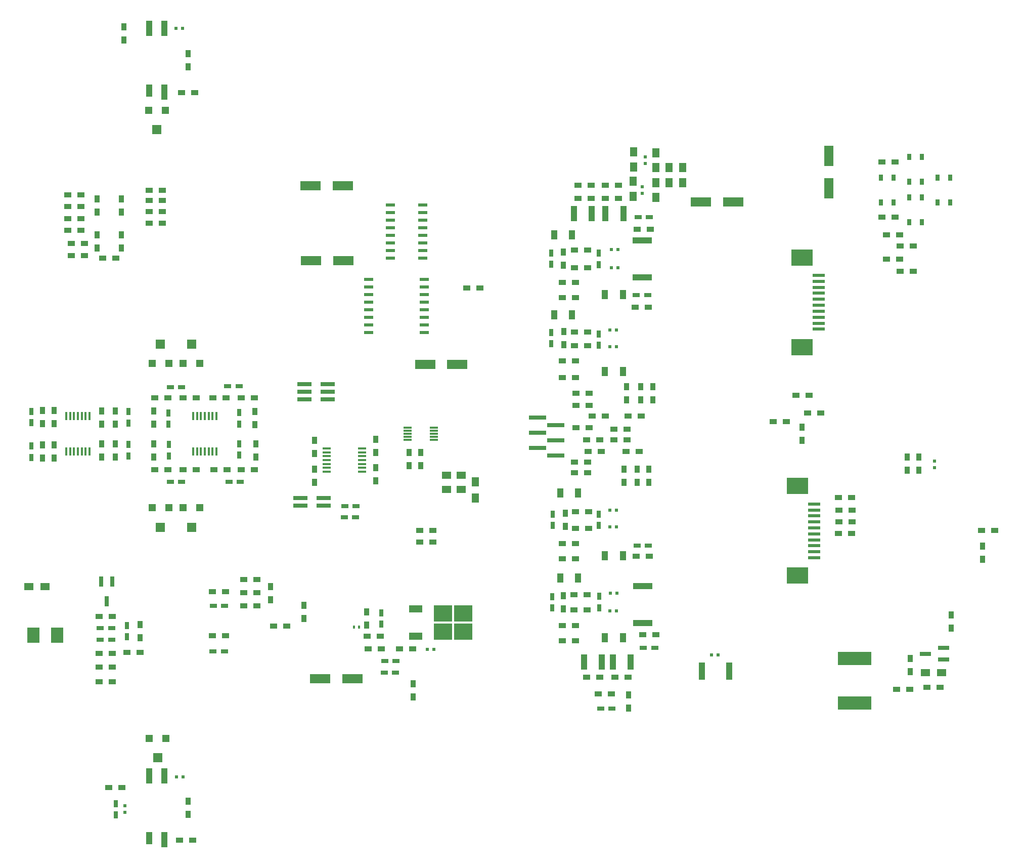
<source format=gtp>
G04 #@! TF.FileFunction,Paste,Top*
%FSLAX46Y46*%
G04 Gerber Fmt 4.6, Leading zero omitted, Abs format (unit mm)*
G04 Created by KiCad (PCBNEW 4.0.7) date 06/22/19 18:16:55*
%MOMM*%
%LPD*%
G01*
G04 APERTURE LIST*
%ADD10C,0.100000*%
%ADD11R,0.650000X1.050000*%
%ADD12R,1.000000X1.600000*%
%ADD13R,2.000000X2.500000*%
%ADD14R,0.750000X1.200000*%
%ADD15R,1.200000X0.750000*%
%ADD16R,3.500000X1.600000*%
%ADD17R,1.500000X1.250000*%
%ADD18R,1.250000X1.500000*%
%ADD19R,1.000000X2.500000*%
%ADD20R,0.900000X1.200000*%
%ADD21R,1.200000X0.900000*%
%ADD22R,1.500000X1.300000*%
%ADD23R,5.600000X2.300000*%
%ADD24R,2.400000X0.740000*%
%ADD25R,3.000000X0.650000*%
%ADD26R,2.000000X0.610000*%
%ADD27R,3.600000X2.680000*%
%ADD28R,1.300000X1.500000*%
%ADD29R,0.800000X1.800000*%
%ADD30R,2.200000X1.200000*%
%ADD31R,3.050000X2.750000*%
%ADD32R,1.900000X0.800000*%
%ADD33R,1.200000X1.200000*%
%ADD34R,1.600000X1.500000*%
%ADD35R,0.450000X1.450000*%
%ADD36R,1.000000X2.000000*%
%ADD37R,0.600000X0.500000*%
%ADD38R,0.500000X0.600000*%
%ADD39R,1.000000X3.000000*%
%ADD40R,1.600000X3.500000*%
%ADD41R,0.400000X0.600000*%
%ADD42R,3.200000X1.000000*%
%ADD43R,1.400000X0.300000*%
%ADD44R,1.500000X0.600000*%
%ADD45R,1.450000X0.450000*%
G04 APERTURE END LIST*
D10*
D11*
X220675000Y-61325000D03*
X220675000Y-57175000D03*
X222825000Y-61325000D03*
X222825000Y-57175000D03*
D12*
X159500000Y-80100000D03*
X156500000Y-80100000D03*
D13*
X69300000Y-133700000D03*
X73300000Y-133700000D03*
D14*
X69000000Y-103950000D03*
X69000000Y-102050000D03*
D15*
X80500000Y-132550000D03*
X82400000Y-132550000D03*
X80500000Y-134450000D03*
X82400000Y-134450000D03*
X101350000Y-128800000D03*
X99450000Y-128800000D03*
X101300000Y-136400000D03*
X99400000Y-136400000D03*
D14*
X85250000Y-103700000D03*
X85250000Y-101800000D03*
X85250000Y-96300000D03*
X85250000Y-98200000D03*
X85000000Y-132050000D03*
X85000000Y-133950000D03*
X69000000Y-96250000D03*
X69000000Y-98150000D03*
D15*
X94150000Y-108000000D03*
X92250000Y-108000000D03*
D14*
X92000000Y-101800000D03*
X92000000Y-103700000D03*
D15*
X102050000Y-108000000D03*
X103950000Y-108000000D03*
D14*
X103800000Y-101650000D03*
X103800000Y-103550000D03*
D15*
X101850000Y-92000000D03*
X103750000Y-92000000D03*
X94150000Y-92200000D03*
X92250000Y-92200000D03*
D14*
X103800000Y-98350000D03*
X103800000Y-96450000D03*
X91950000Y-98400000D03*
X91950000Y-96500000D03*
D15*
X121450000Y-112100000D03*
X123350000Y-112100000D03*
X123250000Y-114000000D03*
X121350000Y-114000000D03*
D14*
X83100000Y-161850000D03*
X83100000Y-163750000D03*
D16*
X115800000Y-71000000D03*
X121200000Y-71000000D03*
X115700000Y-58500000D03*
X121100000Y-58500000D03*
X140300000Y-88400000D03*
X134900000Y-88400000D03*
D17*
X140950000Y-106900000D03*
X138450000Y-106900000D03*
X140950000Y-109300000D03*
X138450000Y-109300000D03*
D15*
X130050000Y-138000000D03*
X128150000Y-138000000D03*
D16*
X117300000Y-141000000D03*
X122700000Y-141000000D03*
D18*
X169800000Y-52850000D03*
X169800000Y-55350000D03*
X175750000Y-58000000D03*
X175750000Y-55500000D03*
D15*
X172450000Y-63750000D03*
X170550000Y-63750000D03*
D14*
X156000000Y-83050000D03*
X156000000Y-84950000D03*
X156200000Y-127250000D03*
X156200000Y-129150000D03*
X164050000Y-127200000D03*
X164050000Y-129100000D03*
D15*
X172150000Y-76800000D03*
X170250000Y-76800000D03*
X173350000Y-135800000D03*
X171450000Y-135800000D03*
D19*
X161500000Y-138200000D03*
X164500000Y-138200000D03*
X159800000Y-63200000D03*
X162800000Y-63200000D03*
D20*
X95200000Y-163700000D03*
X95200000Y-161500000D03*
X95200000Y-38600000D03*
X95200000Y-36400000D03*
X198000000Y-101100000D03*
X198000000Y-98900000D03*
D21*
X212150000Y-70750000D03*
X214350000Y-70750000D03*
X212150000Y-66750000D03*
X214350000Y-66750000D03*
D22*
X221350000Y-140000000D03*
X218650000Y-140000000D03*
D12*
X159500000Y-66700000D03*
X156500000Y-66700000D03*
D21*
X157900000Y-77200000D03*
X160100000Y-77200000D03*
D12*
X168000000Y-76700000D03*
X165000000Y-76700000D03*
D21*
X157900000Y-90600000D03*
X160100000Y-90600000D03*
D12*
X168000000Y-89600000D03*
X165000000Y-89600000D03*
X160500000Y-124100000D03*
X157500000Y-124100000D03*
D21*
X157900000Y-134600000D03*
X160100000Y-134600000D03*
D12*
X160500000Y-109900000D03*
X157500000Y-109900000D03*
D21*
X157900000Y-120900000D03*
X160100000Y-120900000D03*
D12*
X168000000Y-120400000D03*
X165000000Y-120400000D03*
D23*
X206850000Y-145000000D03*
X206850000Y-137600000D03*
D24*
X117950000Y-112035000D03*
X114050000Y-112035000D03*
X117950000Y-110765000D03*
X114050000Y-110765000D03*
X114650000Y-91730000D03*
X118550000Y-91730000D03*
X114650000Y-93000000D03*
X118550000Y-93000000D03*
X114650000Y-94270000D03*
X118550000Y-94270000D03*
D25*
X153750000Y-97325000D03*
X153750000Y-99865000D03*
X153750000Y-102405000D03*
X156750000Y-98595000D03*
X156750000Y-101135000D03*
X156750000Y-103675000D03*
D26*
X200800000Y-73500000D03*
X200800000Y-74500000D03*
X200800000Y-75500000D03*
X200800000Y-76500000D03*
X200800000Y-77500000D03*
X200800000Y-78500000D03*
X200800000Y-79500000D03*
X200800000Y-80500000D03*
X200800000Y-81500000D03*
X200800000Y-82500000D03*
D27*
X198000000Y-70510000D03*
X198000000Y-85490000D03*
D28*
X143300000Y-108050000D03*
X143300000Y-110750000D03*
D29*
X82550000Y-124750000D03*
X80650000Y-124750000D03*
X81600000Y-128050000D03*
D30*
X133300000Y-129320000D03*
X133300000Y-133880000D03*
D31*
X141275000Y-133125000D03*
X137925000Y-130075000D03*
X141275000Y-130075000D03*
X137925000Y-133125000D03*
D32*
X221700000Y-137750000D03*
X221700000Y-135850000D03*
X218700000Y-136800000D03*
D22*
X68550000Y-125600000D03*
X71250000Y-125600000D03*
D20*
X70800000Y-104100000D03*
X70800000Y-101900000D03*
X72800000Y-104100000D03*
X72800000Y-101900000D03*
D21*
X80350000Y-130550000D03*
X82550000Y-130550000D03*
X101450000Y-126400000D03*
X99250000Y-126400000D03*
X101450000Y-133800000D03*
X99250000Y-133800000D03*
X82550000Y-141450000D03*
X80350000Y-141450000D03*
X82550000Y-136750000D03*
X80350000Y-136750000D03*
X82550000Y-139050000D03*
X80350000Y-139050000D03*
D20*
X80750000Y-103850000D03*
X80750000Y-101650000D03*
X83000000Y-103850000D03*
X83000000Y-101650000D03*
D21*
X85000000Y-136600000D03*
X87200000Y-136600000D03*
D20*
X80750000Y-96150000D03*
X80750000Y-98350000D03*
X83000000Y-96150000D03*
X83000000Y-98350000D03*
X87200000Y-131900000D03*
X87200000Y-134100000D03*
X72800000Y-96100000D03*
X72800000Y-98300000D03*
X70800000Y-96100000D03*
X70800000Y-98300000D03*
X116400000Y-101100000D03*
X116400000Y-103300000D03*
X116400000Y-108100000D03*
X116400000Y-105900000D03*
X89500000Y-103850000D03*
X89500000Y-101650000D03*
D21*
X89650000Y-106000000D03*
X91850000Y-106000000D03*
X134000000Y-116200000D03*
X136200000Y-116200000D03*
D20*
X106600000Y-103900000D03*
X106600000Y-101700000D03*
D21*
X81900000Y-159200000D03*
X84100000Y-159200000D03*
D20*
X84500000Y-34100000D03*
X84500000Y-31900000D03*
D21*
X96600000Y-106000000D03*
X94400000Y-106000000D03*
X106350000Y-106000000D03*
X104150000Y-106000000D03*
X96000000Y-168000000D03*
X93800000Y-168000000D03*
X96300000Y-42900000D03*
X94100000Y-42900000D03*
X99500000Y-106000000D03*
X101700000Y-106000000D03*
D20*
X126600000Y-107900000D03*
X126600000Y-105700000D03*
X126600000Y-100900000D03*
X126600000Y-103100000D03*
X106400000Y-96300000D03*
X106400000Y-98500000D03*
X89500000Y-96150000D03*
X89500000Y-98350000D03*
D21*
X106350000Y-94000000D03*
X104150000Y-94000000D03*
X89650000Y-94000000D03*
X91850000Y-94000000D03*
X99400000Y-94000000D03*
X101600000Y-94000000D03*
D20*
X134200000Y-105300000D03*
X134200000Y-103100000D03*
X132200000Y-105300000D03*
X132200000Y-103100000D03*
D21*
X96600000Y-94000000D03*
X94400000Y-94000000D03*
X106700000Y-126600000D03*
X104500000Y-126600000D03*
X106700000Y-128800000D03*
X104500000Y-128800000D03*
X106700000Y-124400000D03*
X104500000Y-124400000D03*
D20*
X109000000Y-125600000D03*
X109000000Y-127800000D03*
X114600000Y-130900000D03*
X114600000Y-128700000D03*
D21*
X77300000Y-60000000D03*
X75100000Y-60000000D03*
X77300000Y-66000000D03*
X75100000Y-66000000D03*
X77300000Y-64000000D03*
X75100000Y-64000000D03*
X77300000Y-62000000D03*
X75100000Y-62000000D03*
X109500000Y-132200000D03*
X111700000Y-132200000D03*
D20*
X80000000Y-62900000D03*
X80000000Y-60700000D03*
D21*
X88700000Y-59300000D03*
X90900000Y-59300000D03*
X88700000Y-64800000D03*
X90900000Y-64800000D03*
X88700000Y-61000000D03*
X90900000Y-61000000D03*
D20*
X84000000Y-62900000D03*
X84000000Y-60700000D03*
D21*
X83100000Y-70600000D03*
X80900000Y-70600000D03*
X77900000Y-70200000D03*
X75700000Y-70200000D03*
X77900000Y-68200000D03*
X75700000Y-68200000D03*
D20*
X84000000Y-66700000D03*
X84000000Y-68900000D03*
X80000000Y-66700000D03*
X80000000Y-68900000D03*
D21*
X193150000Y-98000000D03*
X195350000Y-98000000D03*
D20*
X132900000Y-141800000D03*
X132900000Y-144000000D03*
D21*
X216000000Y-142750000D03*
X213800000Y-142750000D03*
X161900000Y-140750000D03*
X164100000Y-140750000D03*
X166650000Y-140750000D03*
X168850000Y-140750000D03*
X166100000Y-143500000D03*
X163900000Y-143500000D03*
X132800000Y-136000000D03*
X130600000Y-136000000D03*
X127600000Y-136000000D03*
X125400000Y-136000000D03*
D20*
X125100000Y-132000000D03*
X125100000Y-129800000D03*
D21*
X167300000Y-58400000D03*
X165100000Y-58400000D03*
X162700000Y-58400000D03*
X160500000Y-58400000D03*
X160500000Y-60600000D03*
X162700000Y-60600000D03*
D20*
X216100000Y-137550000D03*
X216100000Y-139750000D03*
D21*
X204100000Y-116700000D03*
X206300000Y-116700000D03*
D20*
X228200000Y-121000000D03*
X228200000Y-118800000D03*
D21*
X206350000Y-114750000D03*
X204150000Y-114750000D03*
X213600000Y-63750000D03*
X211400000Y-63750000D03*
X211400000Y-54500000D03*
X213600000Y-54500000D03*
X197000000Y-93600000D03*
X199200000Y-93600000D03*
X198900000Y-96500000D03*
X201100000Y-96500000D03*
X204100000Y-110700000D03*
X206300000Y-110700000D03*
X206350000Y-112750000D03*
X204150000Y-112750000D03*
X214400000Y-72800000D03*
X216600000Y-72800000D03*
X214400000Y-68600000D03*
X216600000Y-68600000D03*
D20*
X217600000Y-106100000D03*
X217600000Y-103900000D03*
X215600000Y-106100000D03*
X215600000Y-103900000D03*
D21*
X162350000Y-95250000D03*
X160150000Y-95250000D03*
X162350000Y-93250000D03*
X160150000Y-93250000D03*
X165100000Y-97000000D03*
X162900000Y-97000000D03*
X162350000Y-99000000D03*
X160150000Y-99000000D03*
X168700000Y-99200000D03*
X166500000Y-99200000D03*
D20*
X171000000Y-92100000D03*
X171000000Y-94300000D03*
X168600000Y-92100000D03*
X168600000Y-94300000D03*
X158000000Y-69600000D03*
X158000000Y-71800000D03*
D21*
X157900000Y-74700000D03*
X160100000Y-74700000D03*
X162100000Y-72250000D03*
X159900000Y-72250000D03*
X162100000Y-69250000D03*
X159900000Y-69250000D03*
X162100000Y-104750000D03*
X159900000Y-104750000D03*
X162100000Y-106500000D03*
X159900000Y-106500000D03*
X164350000Y-103000000D03*
X162150000Y-103000000D03*
X164100000Y-101000000D03*
X161900000Y-101000000D03*
X171100000Y-97000000D03*
X168900000Y-97000000D03*
X168700000Y-101000000D03*
X166500000Y-101000000D03*
D20*
X173000000Y-92100000D03*
X173000000Y-94300000D03*
X170400000Y-108100000D03*
X170400000Y-105900000D03*
X172350000Y-108100000D03*
X172350000Y-105900000D03*
X158100000Y-82900000D03*
X158100000Y-85100000D03*
D21*
X157900000Y-87800000D03*
X160100000Y-87800000D03*
D20*
X158000000Y-127100000D03*
X158000000Y-129300000D03*
D21*
X157900000Y-132100000D03*
X160100000Y-132100000D03*
X162100000Y-85250000D03*
X159900000Y-85250000D03*
X162100000Y-83000000D03*
X159900000Y-83000000D03*
X162000000Y-129500000D03*
X159800000Y-129500000D03*
X173500000Y-133600000D03*
X171300000Y-133600000D03*
X168500000Y-103000000D03*
X170700000Y-103000000D03*
D20*
X168200000Y-108100000D03*
X168200000Y-105900000D03*
X158400000Y-113300000D03*
X158400000Y-115500000D03*
D21*
X157900000Y-118400000D03*
X160100000Y-118400000D03*
X162300000Y-115800000D03*
X160100000Y-115800000D03*
X172450000Y-120450000D03*
X170250000Y-120450000D03*
D33*
X91500000Y-150980000D03*
X88700000Y-150980000D03*
D34*
X90100000Y-154220000D03*
D33*
X91400000Y-45880000D03*
X88600000Y-45880000D03*
D34*
X90000000Y-49120000D03*
D33*
X92000000Y-112380000D03*
X89200000Y-112380000D03*
D34*
X90600000Y-115620000D03*
D33*
X97200000Y-112380000D03*
X94400000Y-112380000D03*
D34*
X95800000Y-115620000D03*
D33*
X89200000Y-88220000D03*
X92000000Y-88220000D03*
D34*
X90600000Y-84980000D03*
D33*
X94400000Y-88220000D03*
X97200000Y-88220000D03*
D34*
X95800000Y-84980000D03*
D35*
X74800000Y-102950000D03*
X75450000Y-102950000D03*
X76100000Y-102950000D03*
X76750000Y-102950000D03*
X77400000Y-102950000D03*
X78050000Y-102950000D03*
X78700000Y-102950000D03*
X78700000Y-97050000D03*
X78050000Y-97050000D03*
X77400000Y-97050000D03*
X76750000Y-97050000D03*
X76100000Y-97050000D03*
X75450000Y-97050000D03*
X74800000Y-97050000D03*
D19*
X88730000Y-32166000D03*
X91270000Y-32166000D03*
X91270000Y-42834000D03*
D36*
X88730000Y-42580000D03*
D12*
X168000000Y-134100000D03*
X165000000Y-134100000D03*
D37*
X93250000Y-157400000D03*
X94350000Y-157400000D03*
X93150000Y-32200000D03*
X94250000Y-32200000D03*
D38*
X84600000Y-162250000D03*
X84600000Y-163350000D03*
D37*
X166050000Y-72200000D03*
X167150000Y-72200000D03*
X165850000Y-82600000D03*
X166950000Y-82600000D03*
X165850000Y-85400000D03*
X166950000Y-85400000D03*
X165850000Y-115600000D03*
X166950000Y-115600000D03*
X165850000Y-112800000D03*
X166950000Y-112800000D03*
X165850000Y-129600000D03*
X166950000Y-129600000D03*
D18*
X173500000Y-60500000D03*
X173500000Y-58000000D03*
X169750000Y-60250000D03*
X169750000Y-57750000D03*
D38*
X171750000Y-54800000D03*
X171750000Y-53700000D03*
D11*
X211175000Y-61325000D03*
X211175000Y-57175000D03*
X213325000Y-61325000D03*
X213325000Y-57175000D03*
X215925000Y-64575000D03*
X215925000Y-60425000D03*
X218075000Y-64575000D03*
X218075000Y-60425000D03*
X215925000Y-57825000D03*
X215925000Y-53675000D03*
X218075000Y-57825000D03*
X218075000Y-53675000D03*
D26*
X200050000Y-111750000D03*
X200050000Y-112750000D03*
X200050000Y-113750000D03*
X200050000Y-114750000D03*
X200050000Y-115750000D03*
X200050000Y-116750000D03*
X200050000Y-117750000D03*
X200050000Y-118750000D03*
X200050000Y-119750000D03*
X200050000Y-120750000D03*
D27*
X197250000Y-108760000D03*
X197250000Y-123740000D03*
D38*
X220200000Y-105650000D03*
X220200000Y-104550000D03*
D20*
X223000000Y-132500000D03*
X223000000Y-130300000D03*
D21*
X221100000Y-142400000D03*
X218900000Y-142400000D03*
X230300000Y-116200000D03*
X228100000Y-116200000D03*
X134000000Y-118100000D03*
X136200000Y-118100000D03*
D15*
X129950000Y-140000000D03*
X128050000Y-140000000D03*
D39*
X181200000Y-139700000D03*
X185800000Y-139700000D03*
D15*
X164300000Y-146000000D03*
X166200000Y-146000000D03*
D37*
X136350000Y-136100000D03*
X135250000Y-136100000D03*
D14*
X127600000Y-129950000D03*
X127600000Y-131850000D03*
D40*
X202500000Y-58900000D03*
X202500000Y-53500000D03*
D18*
X178000000Y-55500000D03*
X178000000Y-58000000D03*
D38*
X171250000Y-59800000D03*
X171250000Y-58700000D03*
D18*
X173500000Y-55500000D03*
X173500000Y-53000000D03*
D14*
X156000000Y-69750000D03*
X156000000Y-71650000D03*
X164000000Y-69800000D03*
X164000000Y-71700000D03*
X156300000Y-113450000D03*
X156300000Y-115350000D03*
D37*
X166050000Y-69200000D03*
X167150000Y-69200000D03*
D14*
X164000000Y-113450000D03*
X164000000Y-115350000D03*
D19*
X166300000Y-138200000D03*
X169300000Y-138200000D03*
D37*
X165950000Y-126650000D03*
X167050000Y-126650000D03*
D15*
X172300000Y-118700000D03*
X170400000Y-118700000D03*
D19*
X165100000Y-63200000D03*
X168100000Y-63200000D03*
D21*
X88700000Y-62800000D03*
X90900000Y-62800000D03*
X141900000Y-75600000D03*
X144100000Y-75600000D03*
D20*
X169000000Y-143650000D03*
X169000000Y-145850000D03*
D21*
X125200000Y-133900000D03*
X127400000Y-133900000D03*
D41*
X122950000Y-132300000D03*
X123850000Y-132300000D03*
D21*
X165100000Y-60600000D03*
X167300000Y-60600000D03*
X172600000Y-65750000D03*
X170400000Y-65750000D03*
D42*
X171250000Y-67650000D03*
X171250000Y-73850000D03*
D21*
X162000000Y-126900000D03*
X159800000Y-126900000D03*
X172300000Y-78800000D03*
X170100000Y-78800000D03*
D42*
X171300000Y-125500000D03*
X171300000Y-131700000D03*
D21*
X162300000Y-113000000D03*
X160100000Y-113000000D03*
D19*
X88730000Y-157266000D03*
X91270000Y-157266000D03*
X91270000Y-167934000D03*
D36*
X88730000Y-167680000D03*
D43*
X132000000Y-99000000D03*
X132000000Y-99500000D03*
X132000000Y-100000000D03*
X132000000Y-100500000D03*
X132000000Y-101000000D03*
X136400000Y-101000000D03*
X136400000Y-100500000D03*
X136400000Y-100000000D03*
X136400000Y-99500000D03*
X136400000Y-99000000D03*
D44*
X129100000Y-61755000D03*
X129100000Y-63025000D03*
X129100000Y-64295000D03*
X129100000Y-65565000D03*
X129100000Y-66835000D03*
X129100000Y-68105000D03*
X129100000Y-69375000D03*
X129100000Y-70645000D03*
X134500000Y-70645000D03*
X134500000Y-69375000D03*
X134500000Y-68105000D03*
X134500000Y-66835000D03*
X134500000Y-65565000D03*
X134500000Y-64295000D03*
X134500000Y-63025000D03*
X134500000Y-61755000D03*
X125450000Y-74155000D03*
X125450000Y-75425000D03*
X125450000Y-76695000D03*
X125450000Y-77965000D03*
X125450000Y-79235000D03*
X125450000Y-80505000D03*
X125450000Y-81775000D03*
X125450000Y-83045000D03*
X134750000Y-83045000D03*
X134750000Y-81775000D03*
X134750000Y-80505000D03*
X134750000Y-79235000D03*
X134750000Y-77965000D03*
X134750000Y-76695000D03*
X134750000Y-75425000D03*
X134750000Y-74155000D03*
D45*
X118450000Y-102450000D03*
X118450000Y-103100000D03*
X118450000Y-103750000D03*
X118450000Y-104400000D03*
X118450000Y-105050000D03*
X118450000Y-105700000D03*
X118450000Y-106350000D03*
X124350000Y-106350000D03*
X124350000Y-105700000D03*
X124350000Y-105050000D03*
X124350000Y-104400000D03*
X124350000Y-103750000D03*
X124350000Y-103100000D03*
X124350000Y-102450000D03*
D35*
X96050000Y-102950000D03*
X96700000Y-102950000D03*
X97350000Y-102950000D03*
X98000000Y-102950000D03*
X98650000Y-102950000D03*
X99300000Y-102950000D03*
X99950000Y-102950000D03*
X99950000Y-97050000D03*
X99300000Y-97050000D03*
X98650000Y-97050000D03*
X98000000Y-97050000D03*
X97350000Y-97050000D03*
X96700000Y-97050000D03*
X96050000Y-97050000D03*
D14*
X164000000Y-83300000D03*
X164000000Y-85200000D03*
D37*
X182850000Y-137000000D03*
X183950000Y-137000000D03*
D16*
X181050000Y-61250000D03*
X186450000Y-61250000D03*
M02*

</source>
